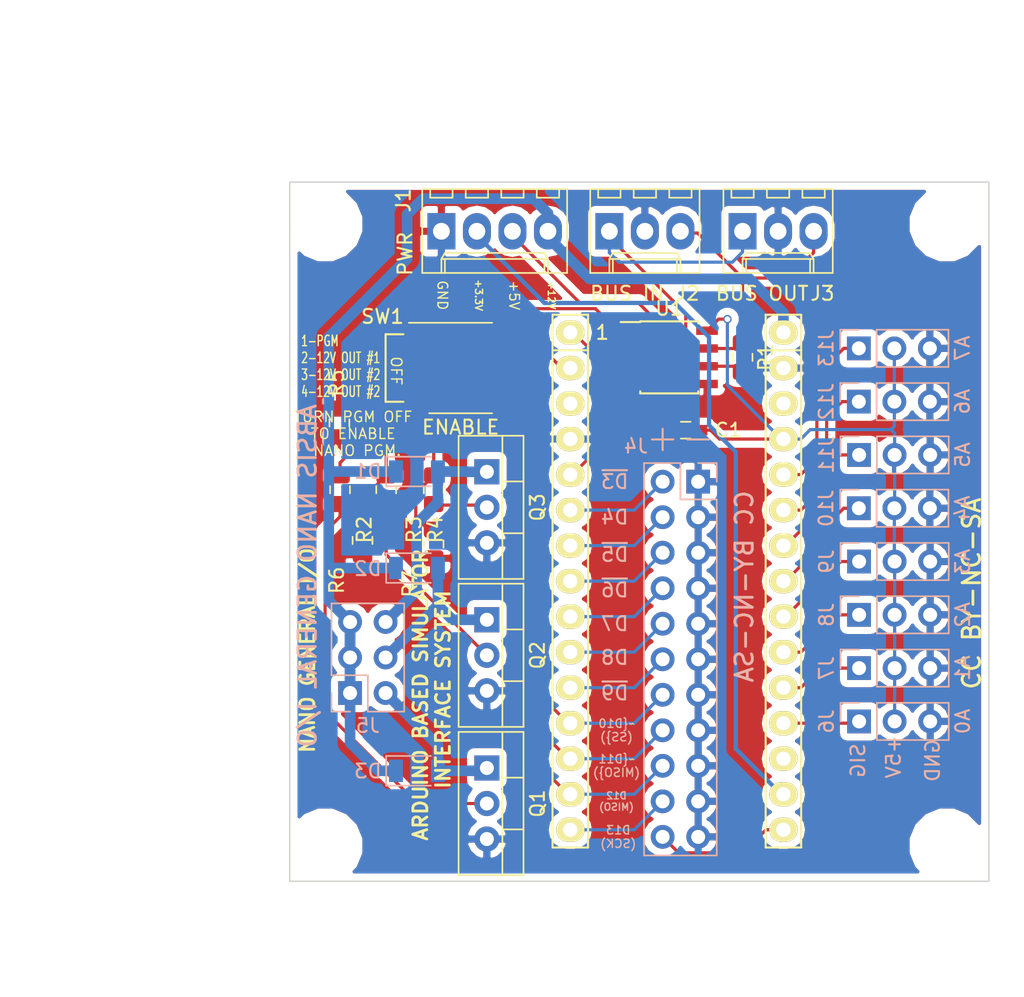
<source format=kicad_pcb>
(kicad_pcb (version 20171130) (host pcbnew "(5.0.0)")
  (title_block (title "ABSIS NANO GENERAL I/O") (date 2017-12-26) (rev -) (company "F/A-18C SIMPIT") (comment 1 "JOHN STEENSEN"))
  (layers (0 F.Cu signal) (31 B.Cu signal) (34 B.Paste user) (35 F.Paste user) (36 B.SilkS user) (37 F.SilkS user) (38 B.Mask user) (39 F.Mask user) (44 Edge.Cuts user))
  (net 0 "")
  (net 1 "/1(Tx)")
  (net 2 "/0(Rx)")
  (net 3 GND)
  (net 4 /2)
  (net 5 "/3(**)")
  (net 6 /4)
  (net 7 "/5(**)")
  (net 8 "/6(**)")
  (net 9 /7)
  (net 10 /8)
  (net 11 "/9(**)")
  (net 12 "/10(**/SS)")
  (net 13 +5V)
  (net 14 /A7)
  (net 15 /A6)
  (net 16 /A5)
  (net 17 /A4)
  (net 18 /A3)
  (net 19 /A2)
  (net 20 /A1)
  (net 21 /A0)
  (net 22 "/13(SCK)")
  (net 23 +3V3)
  (net 24 "/11(**/MOSI)")
  (net 25 "/12(MISO)")
  (net 26 +12V)
  (net 27 "Net-(J2-Pad1)")
  (net 28 "Net-(J2-Pad3)")
  (net 29 /RX_ENABLE)
  (net 30 "Net-(D1-Pad2)")
  (net 31 "Net-(D2-Pad2)")
  (net 32 "Net-(D3-Pad2)")
  (net 33 "Net-(Q1-Pad2)")
  (net 34 "Net-(Q2-Pad2)")
  (net 35 "Net-(Q3-Pad2)")
  (net 36 "Net-(R2-Pad1)")
  (net 37 "Net-(R3-Pad1)")
  (net 38 "Net-(R4-Pad1)")
  (net 39 "Net-(P1-Pad3)")
  (net 40 "Net-(P2-Pad3)")
  (net 41 /AREF)
  (module Connectors_Molex:Molex_KK-6410-04_04x2.54mm_Straight (layer F.Cu) (at 137.848737 65.278)
    (fp_text reference J1 (at -2.720737 -2.203457 270) (layer F.SilkS))
    (fp_text value PWR (at -2.593737 1.606543 90) (layer F.SilkS))
    (pad 1 thru_hole rect (at 0 0) (size 2 2.6) (drill 1.2) (layers *.Cu *.Mask) (net 3 GND))
    (pad 2 thru_hole oval (at 2.54 0) (size 2 2.6) (drill 1.2) (layers *.Cu *.Mask) (net 23 +3V3))
    (pad 3 thru_hole oval (at 5.08 0) (size 2 2.6) (drill 1.2) (layers *.Cu *.Mask) (net 13 +5V))
    (pad 4 thru_hole oval (at 7.62 0) (size 2 2.6) (drill 1.2) (layers *.Cu *.Mask) (net 26 +12V))
  )
  (module Socket_Arduino_Nano:Socket_Strip_Arduino_1x15 (layer F.Cu) (at 147.066 72.517 270)
    (fp_text reference P1)
    (fp_text value Digital)
    (pad 1 thru_hole oval (at 0 0 270) (size 1.7272 2.032) (drill 1.016) (layers *.Cu *.Mask F.SilkS) (net 1 "/1(Tx)"))
    (pad 2 thru_hole oval (at 2.54 0 270) (size 1.7272 2.032) (drill 1.016) (layers *.Cu *.Mask F.SilkS) (net 2 "/0(Rx)"))
    (pad 3 thru_hole oval (at 5.08 0 270) (size 1.7272 2.032) (drill 1.016) (layers *.Cu *.Mask F.SilkS) (net 39 "Net-(P1-Pad3)"))
    (pad 4 thru_hole oval (at 7.62 0 270) (size 1.7272 2.032) (drill 1.016) (layers *.Cu *.Mask F.SilkS) (net 3 GND))
    (pad 5 thru_hole oval (at 10.16 0 270) (size 1.7272 2.032) (drill 1.016) (layers *.Cu *.Mask F.SilkS) (net 4 /2))
    (pad 6 thru_hole oval (at 12.7 0 270) (size 1.7272 2.032) (drill 1.016) (layers *.Cu *.Mask F.SilkS) (net 5 "/3(**)"))
    (pad 7 thru_hole oval (at 15.24 0 270) (size 1.7272 2.032) (drill 1.016) (layers *.Cu *.Mask F.SilkS) (net 6 /4))
    (pad 8 thru_hole oval (at 17.78 0 270) (size 1.7272 2.032) (drill 1.016) (layers *.Cu *.Mask F.SilkS) (net 7 "/5(**)"))
    (pad 9 thru_hole oval (at 20.32 0 270) (size 1.7272 2.032) (drill 1.016) (layers *.Cu *.Mask F.SilkS) (net 8 "/6(**)"))
    (pad 10 thru_hole oval (at 22.86 0 270) (size 1.7272 2.032) (drill 1.016) (layers *.Cu *.Mask F.SilkS) (net 9 /7))
    (pad 11 thru_hole oval (at 25.4 0 270) (size 1.7272 2.032) (drill 1.016) (layers *.Cu *.Mask F.SilkS) (net 10 /8))
    (pad 12 thru_hole oval (at 27.94 0 270) (size 1.7272 2.032) (drill 1.016) (layers *.Cu *.Mask F.SilkS) (net 11 "/9(**)"))
    (pad 13 thru_hole oval (at 30.48 0 270) (size 1.7272 2.032) (drill 1.016) (layers *.Cu *.Mask F.SilkS) (net 12 "/10(**/SS)"))
    (pad 14 thru_hole oval (at 33.02 0 270) (size 1.7272 2.032) (drill 1.016) (layers *.Cu *.Mask F.SilkS) (net 24 "/11(**/MOSI)"))
    (pad 15 thru_hole oval (at 35.56 0 270) (size 1.7272 2.032) (drill 1.016) (layers *.Cu *.Mask F.SilkS) (net 25 "/12(MISO)"))
  )
  (module Socket_Arduino_Nano:Socket_Strip_Arduino_1x15 (layer F.Cu) (at 162.306 72.517 270)
    (fp_text reference P2)
    (fp_text value Analog)
    (pad 1 thru_hole oval (at 0 0 270) (size 1.7272 2.032) (drill 1.016) (layers *.Cu *.Mask F.SilkS) (net 26 +12V))
    (pad 2 thru_hole oval (at 2.54 0 270) (size 1.7272 2.032) (drill 1.016) (layers *.Cu *.Mask F.SilkS) (net 3 GND))
    (pad 3 thru_hole oval (at 5.08 0 270) (size 1.7272 2.032) (drill 1.016) (layers *.Cu *.Mask F.SilkS) (net 40 "Net-(P2-Pad3)"))
    (pad 4 thru_hole oval (at 7.62 0 270) (size 1.7272 2.032) (drill 1.016) (layers *.Cu *.Mask F.SilkS) (net 13 +5V))
    (pad 5 thru_hole oval (at 10.16 0 270) (size 1.7272 2.032) (drill 1.016) (layers *.Cu *.Mask F.SilkS) (net 14 /A7))
    (pad 6 thru_hole oval (at 12.7 0 270) (size 1.7272 2.032) (drill 1.016) (layers *.Cu *.Mask F.SilkS) (net 15 /A6))
    (pad 7 thru_hole oval (at 15.24 0 270) (size 1.7272 2.032) (drill 1.016) (layers *.Cu *.Mask F.SilkS) (net 16 /A5))
    (pad 8 thru_hole oval (at 17.78 0 270) (size 1.7272 2.032) (drill 1.016) (layers *.Cu *.Mask F.SilkS) (net 17 /A4))
    (pad 9 thru_hole oval (at 20.32 0 270) (size 1.7272 2.032) (drill 1.016) (layers *.Cu *.Mask F.SilkS) (net 18 /A3))
    (pad 10 thru_hole oval (at 22.86 0 270) (size 1.7272 2.032) (drill 1.016) (layers *.Cu *.Mask F.SilkS) (net 19 /A2))
    (pad 11 thru_hole oval (at 25.4 0 270) (size 1.7272 2.032) (drill 1.016) (layers *.Cu *.Mask F.SilkS) (net 20 /A1))
    (pad 12 thru_hole oval (at 27.94 0 270) (size 1.7272 2.032) (drill 1.016) (layers *.Cu *.Mask F.SilkS) (net 21 /A0))
    (pad 13 thru_hole oval (at 30.48 0 270) (size 1.7272 2.032) (drill 1.016) (layers *.Cu *.Mask F.SilkS) (net 41 /AREF))
    (pad 14 thru_hole oval (at 33.02 0 270) (size 1.7272 2.032) (drill 1.016) (layers *.Cu *.Mask F.SilkS) (net 23 +3V3))
    (pad 15 thru_hole oval (at 35.56 0 270) (size 1.7272 2.032) (drill 1.016) (layers *.Cu *.Mask F.SilkS) (net 22 "/13(SCK)"))
  )
  (module Capacitors_SMD:C_0603_HandSoldering (layer F.Cu) (at 155.321 79.502 180)
    (fp_text reference C1 (at -3.048 0 180) (layer F.SilkS))
    (fp_text value 0.1uF)
    (pad 1 smd rect (at -0.95 0 180) (size 1.2 0.75) (layers F.Cu F.Paste F.Mask) (net 13 +5V))
    (pad 2 smd rect (at 0.95 0 180) (size 1.2 0.75) (layers F.Cu F.Paste F.Mask) (net 3 GND))
  )
  (module TO_SOT_Packages_THT:TO-220-3_Vertical (layer F.Cu) (at 141.1 103.66 270)
    (fp_text reference Q1 (at 2.54 -3.62 270) (layer F.SilkS))
    (fp_text value Q_NMOS_DGS)
    (pad 1 thru_hole rect (at 0 0 270) (size 1.8 1.8) (drill 1) (layers *.Cu *.Mask) (net 32 "Net-(D3-Pad2)"))
    (pad 2 thru_hole oval (at 2.54 0 270) (size 1.8 1.8) (drill 1) (layers *.Cu *.Mask) (net 33 "Net-(Q1-Pad2)"))
    (pad 3 thru_hole oval (at 5.08 0 270) (size 1.8 1.8) (drill 1) (layers *.Cu *.Mask) (net 3 GND))
  )
  (module Housings_SOIC:SOIC-8_3.9x4.9mm_Pitch1.27mm (layer F.Cu) (at 154.145 74.295)
    (fp_text reference U1 (at 0 -3.5) (layer F.SilkS))
    (fp_text value MAX487EESAS)
    (pad 1 smd rect (at -2.7 -1.905) (size 1.55 0.6) (layers F.Cu F.Paste F.Mask) (net 29 /RX_ENABLE))
    (pad 2 smd rect (at -2.7 -0.635) (size 1.55 0.6) (layers F.Cu F.Paste F.Mask) (net 4 /2))
    (pad 3 smd rect (at -2.7 0.635) (size 1.55 0.6) (layers F.Cu F.Paste F.Mask) (net 4 /2))
    (pad 4 smd rect (at -2.7 1.905) (size 1.55 0.6) (layers F.Cu F.Paste F.Mask) (net 1 "/1(Tx)"))
    (pad 5 smd rect (at 2.7 1.905) (size 1.55 0.6) (layers F.Cu F.Paste F.Mask) (net 3 GND))
    (pad 6 smd rect (at 2.7 0.635) (size 1.55 0.6) (layers F.Cu F.Paste F.Mask) (net 27 "Net-(J2-Pad1)"))
    (pad 7 smd rect (at 2.7 -0.635) (size 1.55 0.6) (layers F.Cu F.Paste F.Mask) (net 28 "Net-(J2-Pad3)"))
    (pad 8 smd rect (at 2.7 -1.905) (size 1.55 0.6) (layers F.Cu F.Paste F.Mask) (net 13 +5V))
  )
  (module Connectors_Molex:Molex_KK-6410-03_03x2.54mm_Straight (layer F.Cu) (at 149.86 65.278)
    (fp_text reference J2 (at 5.588 4.445 180) (layer F.SilkS))
    (fp_text value "BUS IN" (at 1.27 4.445) (layer F.SilkS))
    (pad 1 thru_hole rect (at 0 0) (size 2 2.6) (drill 1.2) (layers *.Cu *.Mask) (net 27 "Net-(J2-Pad1)"))
    (pad 2 thru_hole oval (at 2.54 0) (size 2 2.6) (drill 1.2) (layers *.Cu *.Mask) (net 3 GND))
    (pad 3 thru_hole oval (at 5.08 0) (size 2 2.6) (drill 1.2) (layers *.Cu *.Mask) (net 28 "Net-(J2-Pad3)"))
  )
  (module Connectors_Molex:Molex_KK-6410-03_03x2.54mm_Straight (layer F.Cu) (at 159.385 65.278)
    (fp_text reference J3 (at 5.715 4.445) (layer F.SilkS))
    (fp_text value "BUS OUT" (at 1.397 4.445) (layer F.SilkS))
    (pad 1 thru_hole rect (at 0 0) (size 2 2.6) (drill 1.2) (layers *.Cu *.Mask) (net 27 "Net-(J2-Pad1)"))
    (pad 2 thru_hole oval (at 2.54 0) (size 2 2.6) (drill 1.2) (layers *.Cu *.Mask) (net 3 GND))
    (pad 3 thru_hole oval (at 5.08 0) (size 2 2.6) (drill 1.2) (layers *.Cu *.Mask) (net 28 "Net-(J2-Pad3)"))
  )
  (module Mounting_Holes:MountingHole_4.3mm_M4 (layer F.Cu) (at 173.99 64.77)
    (fp_text reference MK2)
    (fp_text value Mounting_Hole)
    (pad 1 np_thru_hole circle (at 0 0) (size 4.3 4.3) (drill 4.3) (layers *.Cu *.Mask))
  )
  (module Mounting_Holes:MountingHole_4.3mm_M4 (layer F.Cu) (at 173.99 109.22)
    (fp_text reference MK3)
    (fp_text value Mounting_Hole)
    (pad 1 np_thru_hole circle (at 0 0) (size 4.3 4.3) (drill 4.3) (layers *.Cu *.Mask))
  )
  (module Mounting_Holes:MountingHole_4.3mm_M4 (layer F.Cu) (at 129.54 109.22)
    (fp_text reference MK4)
    (fp_text value Mounting_Hole)
    (pad 1 np_thru_hole circle (at 0 0) (size 4.3 4.3) (drill 4.3) (layers *.Cu *.Mask))
  )
  (module Diodes_SMD:D_1206 (layer B.Cu) (at 136.1 82.46)
    (fp_text reference D1 (at -3.512 0) (layer B.SilkS) (effects (justify mirror)))
    (fp_text value 1N4001)
    (pad 1 smd rect (at -1.5 0) (size 1 1.6) (layers B.Cu B.Paste B.Mask) (net 26 +12V))
    (pad 2 smd rect (at 1.5 0) (size 1 1.6) (layers B.Cu B.Paste B.Mask) (net 30 "Net-(D1-Pad2)"))
  )
  (module Diodes_SMD:D_1206 (layer B.Cu) (at 136.1 89.36)
    (fp_text reference D2 (at -3.512 0.048) (layer B.SilkS) (effects (justify mirror)))
    (fp_text value 1N4001)
    (pad 1 smd rect (at -1.5 0) (size 1 1.6) (layers B.Cu B.Paste B.Mask) (net 26 +12V))
    (pad 2 smd rect (at 1.5 0) (size 1 1.6) (layers B.Cu B.Paste B.Mask) (net 31 "Net-(D2-Pad2)"))
  )
  (module Diodes_SMD:D_1206 (layer B.Cu) (at 136.1 103.86)
    (fp_text reference D3 (at -3.512 0.026) (layer B.SilkS) (effects (justify mirror)))
    (fp_text value 1N4001)
    (pad 1 smd rect (at -1.5 0) (size 1 1.6) (layers B.Cu B.Paste B.Mask) (net 26 +12V))
    (pad 2 smd rect (at 1.5 0) (size 1 1.6) (layers B.Cu B.Paste B.Mask) (net 32 "Net-(D3-Pad2)"))
  )
  (module Pin_Headers:Pin_Header_Straight_2x11_Pitch2.54mm (layer B.Cu) (at 156.21 83.185 180)
    (fp_text reference J4 (at 4.445 2.54 180) (layer B.SilkS) (effects (justify mirror)))
    (fp_text value DIGITAL)
    (pad 1 thru_hole rect (at 0 0 180) (size 1.7 1.7) (drill 1) (layers *.Cu *.Mask) (net 3 GND))
    (pad 2 thru_hole oval (at 2.54 0 180) (size 1.7 1.7) (drill 1) (layers *.Cu *.Mask) (net 5 "/3(**)"))
    (pad 3 thru_hole oval (at 0 -2.54 180) (size 1.7 1.7) (drill 1) (layers *.Cu *.Mask) (net 3 GND))
    (pad 4 thru_hole oval (at 2.54 -2.54 180) (size 1.7 1.7) (drill 1) (layers *.Cu *.Mask) (net 6 /4))
    (pad 5 thru_hole oval (at 0 -5.08 180) (size 1.7 1.7) (drill 1) (layers *.Cu *.Mask) (net 3 GND))
    (pad 6 thru_hole oval (at 2.54 -5.08 180) (size 1.7 1.7) (drill 1) (layers *.Cu *.Mask) (net 7 "/5(**)"))
    (pad 7 thru_hole oval (at 0 -7.62 180) (size 1.7 1.7) (drill 1) (layers *.Cu *.Mask) (net 3 GND))
    (pad 8 thru_hole oval (at 2.54 -7.62 180) (size 1.7 1.7) (drill 1) (layers *.Cu *.Mask) (net 8 "/6(**)"))
    (pad 9 thru_hole oval (at 0 -10.16 180) (size 1.7 1.7) (drill 1) (layers *.Cu *.Mask) (net 3 GND))
    (pad 10 thru_hole oval (at 2.54 -10.16 180) (size 1.7 1.7) (drill 1) (layers *.Cu *.Mask) (net 9 /7))
    (pad 11 thru_hole oval (at 0 -12.7 180) (size 1.7 1.7) (drill 1) (layers *.Cu *.Mask) (net 3 GND))
    (pad 12 thru_hole oval (at 2.54 -12.7 180) (size 1.7 1.7) (drill 1) (layers *.Cu *.Mask) (net 10 /8))
    (pad 13 thru_hole oval (at 0 -15.24 180) (size 1.7 1.7) (drill 1) (layers *.Cu *.Mask) (net 3 GND))
    (pad 14 thru_hole oval (at 2.54 -15.24 180) (size 1.7 1.7) (drill 1) (layers *.Cu *.Mask) (net 11 "/9(**)"))
    (pad 15 thru_hole oval (at 0 -17.78 180) (size 1.7 1.7) (drill 1) (layers *.Cu *.Mask) (net 3 GND))
    (pad 16 thru_hole oval (at 2.54 -17.78 180) (size 1.7 1.7) (drill 1) (layers *.Cu *.Mask) (net 12 "/10(**/SS)"))
    (pad 17 thru_hole oval (at 0 -20.32 180) (size 1.7 1.7) (drill 1) (layers *.Cu *.Mask) (net 3 GND))
    (pad 18 thru_hole oval (at 2.54 -20.32 180) (size 1.7 1.7) (drill 1) (layers *.Cu *.Mask) (net 24 "/11(**/MOSI)"))
    (pad 19 thru_hole oval (at 0 -22.86 180) (size 1.7 1.7) (drill 1) (layers *.Cu *.Mask) (net 3 GND))
    (pad 20 thru_hole oval (at 2.54 -22.86 180) (size 1.7 1.7) (drill 1) (layers *.Cu *.Mask) (net 25 "/12(MISO)"))
    (pad 21 thru_hole oval (at 0 -25.4 180) (size 1.7 1.7) (drill 1) (layers *.Cu *.Mask) (net 3 GND))
    (pad 22 thru_hole oval (at 2.54 -25.4 180) (size 1.7 1.7) (drill 1) (layers *.Cu *.Mask) (net 22 "/13(SCK)"))
  )
  (module Pin_Headers:Pin_Header_Straight_1x03_Pitch2.54mm (layer B.Cu) (at 167.72 100.329996 270)
    (fp_text reference J6 (at 0 2.33 270) (layer B.SilkS) (effects (justify mirror)))
    (fp_text value A0 (at 0 -7.41 270) (layer B.SilkS) (effects (justify mirror)))
    (pad 1 thru_hole rect (at 0 0 270) (size 1.7 1.7) (drill 1) (layers *.Cu *.Mask) (net 21 /A0))
    (pad 2 thru_hole oval (at 0 -2.54 270) (size 1.7 1.7) (drill 1) (layers *.Cu *.Mask) (net 13 +5V))
    (pad 3 thru_hole oval (at 0 -5.08 270) (size 1.7 1.7) (drill 1) (layers *.Cu *.Mask) (net 3 GND))
  )
  (module Pin_Headers:Pin_Header_Straight_1x03_Pitch2.54mm (layer B.Cu) (at 167.72 96.518568 270)
    (fp_text reference J7 (at 0 2.33 270) (layer B.SilkS) (effects (justify mirror)))
    (fp_text value A1 (at 0 -7.41 270) (layer B.SilkS) (effects (justify mirror)))
    (pad 1 thru_hole rect (at 0 0 270) (size 1.7 1.7) (drill 1) (layers *.Cu *.Mask) (net 20 /A1))
    (pad 2 thru_hole oval (at 0 -2.54 270) (size 1.7 1.7) (drill 1) (layers *.Cu *.Mask) (net 13 +5V))
    (pad 3 thru_hole oval (at 0 -5.08 270) (size 1.7 1.7) (drill 1) (layers *.Cu *.Mask) (net 3 GND))
  )
  (module Pin_Headers:Pin_Header_Straight_1x03_Pitch2.54mm (layer B.Cu) (at 167.72 92.70714 270)
    (fp_text reference J8 (at 0 2.33 270) (layer B.SilkS) (effects (justify mirror)))
    (fp_text value A2 (at 0 -7.41 270) (layer B.SilkS) (effects (justify mirror)))
    (pad 1 thru_hole rect (at 0 0 270) (size 1.7 1.7) (drill 1) (layers *.Cu *.Mask) (net 19 /A2))
    (pad 2 thru_hole oval (at 0 -2.54 270) (size 1.7 1.7) (drill 1) (layers *.Cu *.Mask) (net 13 +5V))
    (pad 3 thru_hole oval (at 0 -5.08 270) (size 1.7 1.7) (drill 1) (layers *.Cu *.Mask) (net 3 GND))
  )
  (module Pin_Headers:Pin_Header_Straight_1x03_Pitch2.54mm (layer B.Cu) (at 167.72 88.895712 270)
    (fp_text reference J9 (at 0 2.33 270) (layer B.SilkS) (effects (justify mirror)))
    (fp_text value A3 (at 0 -7.41 270) (layer B.SilkS) (effects (justify mirror)))
    (pad 1 thru_hole rect (at 0 0 270) (size 1.7 1.7) (drill 1) (layers *.Cu *.Mask) (net 18 /A3))
    (pad 2 thru_hole oval (at 0 -2.54 270) (size 1.7 1.7) (drill 1) (layers *.Cu *.Mask) (net 13 +5V))
    (pad 3 thru_hole oval (at 0 -5.08 270) (size 1.7 1.7) (drill 1) (layers *.Cu *.Mask) (net 3 GND))
  )
  (module Pin_Headers:Pin_Header_Straight_1x03_Pitch2.54mm (layer B.Cu) (at 167.7 85.084284 270)
    (fp_text reference J10 (at 0.005716 2.346 270) (layer B.SilkS) (effects (justify mirror)))
    (fp_text value A4 (at 0 -7.41 270) (layer B.SilkS) (effects (justify mirror)))
    (pad 1 thru_hole rect (at 0 0 270) (size 1.7 1.7) (drill 1) (layers *.Cu *.Mask) (net 17 /A4))
    (pad 2 thru_hole oval (at 0 -2.54 270) (size 1.7 1.7) (drill 1) (layers *.Cu *.Mask) (net 13 +5V))
    (pad 3 thru_hole oval (at 0 -5.08 270) (size 1.7 1.7) (drill 1) (layers *.Cu *.Mask) (net 3 GND))
  )
  (module Pin_Headers:Pin_Header_Straight_1x03_Pitch2.54mm (layer B.Cu) (at 167.72 81.272856 270)
    (fp_text reference J11 (at 0 2.33 270) (layer B.SilkS) (effects (justify mirror)))
    (fp_text value A5 (at 0 -7.41 270) (layer B.SilkS) (effects (justify mirror)))
    (pad 1 thru_hole rect (at 0 0 270) (size 1.7 1.7) (drill 1) (layers *.Cu *.Mask) (net 16 /A5))
    (pad 2 thru_hole oval (at 0 -2.54 270) (size 1.7 1.7) (drill 1) (layers *.Cu *.Mask) (net 13 +5V))
    (pad 3 thru_hole oval (at 0 -5.08 270) (size 1.7 1.7) (drill 1) (layers *.Cu *.Mask) (net 3 GND))
  )
  (module Pin_Headers:Pin_Header_Straight_1x03_Pitch2.54mm (layer B.Cu) (at 167.7 77.461428 270)
    (fp_text reference J12 (at 0 2.33 270) (layer B.SilkS) (effects (justify mirror)))
    (fp_text value A6 (at 0 -7.41 270) (layer B.SilkS) (effects (justify mirror)))
    (pad 1 thru_hole rect (at 0 0 270) (size 1.7 1.7) (drill 1) (layers *.Cu *.Mask) (net 15 /A6))
    (pad 2 thru_hole oval (at 0 -2.54 270) (size 1.7 1.7) (drill 1) (layers *.Cu *.Mask) (net 13 +5V))
    (pad 3 thru_hole oval (at 0 -5.08 270) (size 1.7 1.7) (drill 1) (layers *.Cu *.Mask) (net 3 GND))
  )
  (module Pin_Headers:Pin_Header_Straight_1x03_Pitch2.54mm (layer B.Cu) (at 167.7 73.65 270)
    (fp_text reference J13 (at 0 2.33 270) (layer B.SilkS) (effects (justify mirror)))
    (fp_text value A7 (at 0 -7.41 270) (layer B.SilkS) (effects (justify mirror)))
    (pad 1 thru_hole rect (at 0 0 270) (size 1.7 1.7) (drill 1) (layers *.Cu *.Mask) (net 14 /A7))
    (pad 2 thru_hole oval (at 0 -2.54 270) (size 1.7 1.7) (drill 1) (layers *.Cu *.Mask) (net 13 +5V))
    (pad 3 thru_hole oval (at 0 -5.08 270) (size 1.7 1.7) (drill 1) (layers *.Cu *.Mask) (net 3 GND))
  )
  (module Mounting_Holes:MountingHole_4.3mm_M4 (layer F.Cu) (at 129.54 64.77)
    (fp_text reference MK1)
    (fp_text value Mounting_Hole)
    (pad 1 np_thru_hole circle (at 0 0) (size 4.3 4.3) (drill 4.3) (layers *.Cu *.Mask))
  )
  (module TO_SOT_Packages_THT:TO-220-3_Vertical (layer F.Cu) (at 141.1 93.06 270)
    (fp_text reference Q2 (at 2.54 -3.62 270) (layer F.SilkS))
    (fp_text value Q_NMOS_DGS)
    (pad 1 thru_hole rect (at 0 0 270) (size 1.8 1.8) (drill 1) (layers *.Cu *.Mask) (net 31 "Net-(D2-Pad2)"))
    (pad 2 thru_hole oval (at 2.54 0 270) (size 1.8 1.8) (drill 1) (layers *.Cu *.Mask) (net 34 "Net-(Q2-Pad2)"))
    (pad 3 thru_hole oval (at 5.08 0 270) (size 1.8 1.8) (drill 1) (layers *.Cu *.Mask) (net 3 GND))
  )
  (module TO_SOT_Packages_THT:TO-220-3_Vertical (layer F.Cu) (at 141.1 82.48 270)
    (fp_text reference Q3 (at 2.54 -3.62 270) (layer F.SilkS))
    (fp_text value Q_NMOS_DGS)
    (pad 1 thru_hole rect (at 0 0 270) (size 1.8 1.8) (drill 1) (layers *.Cu *.Mask) (net 30 "Net-(D1-Pad2)"))
    (pad 2 thru_hole oval (at 2.54 0 270) (size 1.8 1.8) (drill 1) (layers *.Cu *.Mask) (net 35 "Net-(Q3-Pad2)"))
    (pad 3 thru_hole oval (at 5.08 0 270) (size 1.8 1.8) (drill 1) (layers *.Cu *.Mask) (net 3 GND))
  )
  (module Pin_Headers:Pin_Header_Straight_2x03_Pitch2.54mm (layer B.Cu) (at 131.318 98.298)
    (fp_text reference J5 (at 1.27 2.33) (layer B.SilkS) (effects (justify mirror)))
    (fp_text value "12V OUT")
    (pad 1 thru_hole rect (at 0 0) (size 1.7 1.7) (drill 1) (layers *.Cu *.Mask) (net 26 +12V))
    (pad 2 thru_hole oval (at 2.54 0) (size 1.7 1.7) (drill 1) (layers *.Cu *.Mask) (net 32 "Net-(D3-Pad2)"))
    (pad 3 thru_hole oval (at 0 -2.54) (size 1.7 1.7) (drill 1) (layers *.Cu *.Mask) (net 26 +12V))
    (pad 4 thru_hole oval (at 2.54 -2.54) (size 1.7 1.7) (drill 1) (layers *.Cu *.Mask) (net 31 "Net-(D2-Pad2)"))
    (pad 5 thru_hole oval (at 0 -5.08) (size 1.7 1.7) (drill 1) (layers *.Cu *.Mask) (net 26 +12V))
    (pad 6 thru_hole oval (at 2.54 -5.08) (size 1.7 1.7) (drill 1) (layers *.Cu *.Mask) (net 30 "Net-(D1-Pad2)"))
  )
  (module Buttons_Switches_SMD:SW_DIP_x4_W6.15mm_Slide_Omron_A6H (layer F.Cu) (at 139.224 75.057)
    (fp_text reference SW1 (at -5.588 -3.683) (layer F.SilkS))
    (fp_text value ENABLE (at 0 4.235) (layer F.SilkS))
    (pad 1 smd rect (at -3.075 -1.905) (size 1.25 0.76) (layers F.Cu F.Paste F.Mask) (net 29 /RX_ENABLE))
    (pad 5 smd rect (at 3.075 1.905) (size 1.25 0.76) (layers F.Cu F.Paste F.Mask) (net 24 "/11(**/MOSI)"))
    (pad 2 smd rect (at -3.075 -0.635) (size 1.25 0.76) (layers F.Cu F.Paste F.Mask) (net 36 "Net-(R2-Pad1)"))
    (pad 6 smd rect (at 3.075 0.635) (size 1.25 0.76) (layers F.Cu F.Paste F.Mask) (net 12 "/10(**/SS)"))
    (pad 3 smd rect (at -3.075 0.635) (size 1.25 0.76) (layers F.Cu F.Paste F.Mask) (net 37 "Net-(R3-Pad1)"))
    (pad 7 smd rect (at 3.075 -0.635) (size 1.25 0.76) (layers F.Cu F.Paste F.Mask) (net 11 "/9(**)"))
    (pad 4 smd rect (at -3.075 1.905) (size 1.25 0.76) (layers F.Cu F.Paste F.Mask) (net 38 "Net-(R4-Pad1)"))
    (pad 8 smd rect (at 3.075 -1.905) (size 1.25 0.76) (layers F.Cu F.Paste F.Mask) (net 2 "/0(Rx)"))
  )
  (module Resistor_SMD:R_0805_2012Metric_Pad1.15x1.40mm_HandSolder (layer F.Cu) (at 159.385 74.295 270)
    (fp_text reference R1 (at 0 -1.65 270) (layer F.SilkS))
    (fp_text value 120)
    (pad 1 smd roundrect (at -1.025 0 270) (size 1.15 1.4) (layers F.Cu F.Paste F.Mask) (roundrect_rratio 0.217391) (net 28 "Net-(J2-Pad3)"))
    (pad 2 smd roundrect (at 1.025 0 270) (size 1.15 1.4) (layers F.Cu F.Paste F.Mask) (roundrect_rratio 0.217391) (net 27 "Net-(J2-Pad1)"))
  )
  (module Resistor_SMD:R_0805_2012Metric_Pad1.15x1.40mm_HandSolder (layer F.Cu) (at 130.6 83.76 270)
    (fp_text reference R2 (at 2.854 -1.734 270) (layer F.SilkS))
    (fp_text value 1K)
    (pad 2 smd roundrect (at 1.025 0 270) (size 1.15 1.4) (layers F.Cu F.Paste F.Mask) (roundrect_rratio 0.217391) (net 33 "Net-(Q1-Pad2)"))
    (pad 1 smd roundrect (at -1.025 0 270) (size 1.15 1.4) (layers F.Cu F.Paste F.Mask) (roundrect_rratio 0.217391) (net 36 "Net-(R2-Pad1)"))
  )
  (module Resistor_SMD:R_0805_2012Metric_Pad1.15x1.40mm_HandSolder (layer F.Cu) (at 133.9 83.76 270)
    (fp_text reference R3 (at 2.854 -1.99 270) (layer F.SilkS))
    (fp_text value 1K)
    (pad 1 smd roundrect (at -1.025 0 270) (size 1.15 1.4) (layers F.Cu F.Paste F.Mask) (roundrect_rratio 0.217391) (net 37 "Net-(R3-Pad1)"))
    (pad 2 smd roundrect (at 1.025 0 270) (size 1.15 1.4) (layers F.Cu F.Paste F.Mask) (roundrect_rratio 0.217391) (net 34 "Net-(Q2-Pad2)"))
  )
  (module Resistor_SMD:R_0805_2012Metric_Pad1.15x1.40mm_HandSolder (layer F.Cu) (at 137.3 83.76 270)
    (fp_text reference R4 (at 2.854 -0.114 270) (layer F.SilkS))
    (fp_text value 1K)
    (pad 2 smd roundrect (at 1.025 0 270) (size 1.15 1.4) (layers F.Cu F.Paste F.Mask) (roundrect_rratio 0.217391) (net 35 "Net-(Q3-Pad2)"))
    (pad 1 smd roundrect (at -1.025 0 270) (size 1.15 1.4) (layers F.Cu F.Paste F.Mask) (roundrect_rratio 0.217391) (net 38 "Net-(R4-Pad1)"))
  )
  (module Resistor_SMD:R_0805_2012Metric_Pad1.15x1.40mm_HandSolder (layer F.Cu) (at 130.556 78.985 270)
    (fp_text reference R5 (at -2.854 0.186 270) (layer F.SilkS))
    (fp_text value 1K)
    (pad 1 smd roundrect (at -1.025 0 270) (size 1.15 1.4) (layers F.Cu F.Paste F.Mask) (roundrect_rratio 0.217391) (net 3 GND))
    (pad 2 smd roundrect (at 1.025 0 270) (size 1.15 1.4) (layers F.Cu F.Paste F.Mask) (roundrect_rratio 0.217391) (net 36 "Net-(R2-Pad1)"))
  )
  (module Resistor_SMD:R_0805_2012Metric_Pad1.15x1.40mm_HandSolder (layer F.Cu) (at 132.207 87.385 90)
    (fp_text reference R6 (at -2.854 -1.844 90) (layer F.SilkS))
    (fp_text value 1K)
    (pad 2 smd roundrect (at 1.025 0 90) (size 1.15 1.4) (layers F.Cu F.Paste F.Mask) (roundrect_rratio 0.217391) (net 37 "Net-(R3-Pad1)"))
    (pad 1 smd roundrect (at -1.025 0 90) (size 1.15 1.4) (layers F.Cu F.Paste F.Mask) (roundrect_rratio 0.217391) (net 3 GND))
  )
  (module Resistor_SMD:R_0805_2012Metric_Pad1.15x1.40mm_HandSolder (layer F.Cu) (at 137.287 87.639 90)
    (fp_text reference R7 (at -2.854 -1.688 90) (layer F.SilkS))
    (fp_text value 1K)
    (pad 1 smd roundrect (at -1.025 0 90) (size 1.15 1.4) (layers F.Cu F.Paste F.Mask) (roundrect_rratio 0.217391) (net 3 GND))
    (pad 2 smd roundrect (at 1.025 0 90) (size 1.15 1.4) (layers F.Cu F.Paste F.Mask) (roundrect_rratio 0.217391) (net 38 "Net-(R4-Pad1)"))
  )
  (gr_line (start 133.858 77.47) (end 135.128 77.47) (layer F.SilkS) (width 0.15))
  (gr_line (start 133.858 72.644) (end 133.858 77.47) (layer F.SilkS) (width 0.15))
  (gr_line (start 135.128 72.644) (end 133.858 72.644) (layer F.SilkS) (width 0.15))
  (gr_text OFF (at 134.62 74.168 270) (layer F.SilkS) (effects (font (size 0.75 0.75) (thickness 0.1)) (justify left)))
  (gr_text "1-PGM\n2-12V OUT #1\n3-12V OUT #2\n4-12V OUT #2" (at 127.762 74.93) (layer F.SilkS) (effects (font (size 0.75 0.5) (thickness 0.1)) (justify left)))
  (gr_text "~D11\n(MISO)" (at 150.368 103.505) (layer B.SilkS) (effects (font (size 0.6 0.6) (thickness 0.1)) (justify mirror)))
  (gr_line (start 127 61.76) (end 127 111.76) (layer Edge.Cuts) (width 0.1))
  (gr_line (start 177 61.76) (end 127 61.76) (layer Edge.Cuts) (width 0.1))
  (gr_line (start 177 111.76) (end 177 61.76) (layer Edge.Cuts) (width 0.1))
  (gr_line (start 127 111.76) (end 177 111.76) (layer Edge.Cuts) (width 0.1))
  (gr_text "CC BY-NC-SA" (at 159.512 90.678 90) (layer B.SilkS) (effects (font (size 1.25 1.25) (thickness 0.2)) (justify mirror)))
  (gr_text "ABSIS NANO GENERAL I/O" (at 128.27 89.916 90) (layer B.SilkS) (effects (font (size 1.25 1.25) (thickness 0.2)) (justify mirror)))
  (gr_text "TURN PGM OFF \nTO ENABLE \nNANO PGM." (at 131.826 79.756) (layer F.SilkS) (effects (font (size 0.75 0.75) (thickness 0.1))))
  (gr_text "CC BY-NC-SA" (at 175.768 91.186 90) (layer F.SilkS) (effects (font (size 1.25 1.25) (thickness 0.2))))
  (gr_text "NANO GENERAL I/O" (at 128.27 95.25 90) (layer F.SilkS) (effects (font (size 1 1) (thickness 0.2))))
  (gr_text "ARDUINO BASED SIMULATOR \nINTERFACE SYSTEM" (at 137.16 98.044 90) (layer F.SilkS) (effects (font (size 1 1) (thickness 0.2))))
  (gr_text GND (at 137.922 69.85 270) (layer F.SilkS) (effects (font (size 0.7 0.7) (thickness 0.1))))
  (gr_text +3.3V (at 140.515737 69.85 270) (layer F.SilkS) (effects (font (size 0.5 0.5) (thickness 0.1))))
  (gr_text +5V (at 143.055737 69.85 270) (layer F.SilkS) (effects (font (size 0.7 0.7) (thickness 0.1))))
  (gr_text +12V (at 145.722737 69.85 270) (layer F.SilkS) (effects (font (size 0.5 0.5) (thickness 0.1))))
  (gr_text - (at 156.21 80.01) (layer B.SilkS) (effects (font (size 2 2)) (justify mirror)))
  (gr_text + (at 153.67 80.01) (layer B.SilkS) (effects (font (size 2 2)) (justify mirror)))
  (gr_text ~D3 (at 150.241 83.185) (layer B.SilkS) (effects (font (size 1 1)) (justify mirror)))
  (gr_text D4 (at 150.241 85.725) (layer B.SilkS) (effects (font (size 1 1)) (justify mirror)))
  (gr_text ~D5 (at 150.241 88.392) (layer B.SilkS) (effects (font (size 1 1)) (justify mirror)))
  (gr_text ~D6 (at 150.241 90.932) (layer B.SilkS) (effects (font (size 1 1)) (justify mirror)))
  (gr_text D7 (at 150.241 93.345) (layer B.SilkS) (effects (font (size 1 1)) (justify mirror)))
  (gr_text D8 (at 150.241 95.758) (layer B.SilkS) (effects (font (size 1 1)) (justify mirror)))
  (gr_text ~D9 (at 150.241 98.298) (layer B.SilkS) (effects (font (size 1 1)) (justify mirror)))
  (gr_text "~D10\n(SS)" (at 150.368 100.965) (layer B.SilkS) (effects (font (size 0.6 0.6) (thickness 0.1)) (justify mirror)))
  (gr_text "D12\n(MISO)" (at 150.368 106.045) (layer B.SilkS) (effects (font (size 0.5 0.5) (thickness 0.1)) (justify mirror)))
  (gr_text "D13\n(SCK)" (at 150.495 108.585) (layer B.SilkS) (effects (font (size 0.6 0.6) (thickness 0.1)) (justify mirror)))
  (gr_text +5V (at 170.18 102.87 90) (layer B.SilkS) (effects (font (size 1 1)) (justify mirror)))
  (gr_text GND (at 172.974 103.124 90) (layer B.SilkS) (effects (font (size 1 1)) (justify mirror)))
  (gr_text SIG (at 167.64 103.124 90) (layer B.SilkS) (effects (font (size 1 1)) (justify mirror)))
  (gr_text 1 (at 149.352 72.517) (layer F.SilkS) (effects (font (size 1 1))))
  (segment (start 147.066 72.517) (end 147.287 72.517) (width 0.2286) (layer F.Cu) (net 1))
  (segment (start 150.97 76.2) (end 151.445 76.2) (width 0.2286) (layer F.Cu) (net 1))
  (segment (start 147.287 72.517) (end 150.97 76.2) (width 0.2286) (layer F.Cu) (net 1))
  (segment (start 147.193 72.39) (end 147.066 72.517) (width 0.2286) (layer B.Cu) (net 1))
  (segment (start 144.299 73.152) (end 142.299 73.152) (width 0.2286) (layer F.Cu) (net 2))
  (segment (start 147.066 75.057) (end 146.449 75.057) (width 0.2286) (layer F.Cu) (net 2))
  (segment (start 144.544 73.152) (end 144.299 73.152) (width 0.2286) (layer F.Cu) (net 2))
  (segment (start 146.449 75.057) (end 144.544 73.152) (width 0.2286) (layer F.Cu) (net 2))
  (segment (start 146.9136 75.057) (end 147.066 75.057) (width 0.2286) (layer F.Cu) (net 2))
  (segment (start 159.385 78.105) (end 159.61 78.105) (width 0.2286) (layer F.Cu) (net 3))
  (segment (start 162.306 75.409) (end 162.306 75.057) (width 0.2286) (layer F.Cu) (net 3))
  (segment (start 151.445 73.66) (end 151.445 74.93) (width 0.2286) (layer F.Cu) (net 4))
  (segment (start 151.92 74.93) (end 152.730189 75.740189) (width 0.2286) (layer F.Cu) (net 4))
  (segment (start 152.730189 75.740189) (end 152.730189 77.165211) (width 0.2286) (layer F.Cu) (net 4))
  (segment (start 152.730189 77.165211) (end 147.2184 82.677) (width 0.2286) (layer F.Cu) (net 4))
  (segment (start 151.445 74.93) (end 151.92 74.93) (width 0.2286) (layer F.Cu) (net 4))
  (segment (start 147.2184 82.677) (end 147.066 82.677) (width 0.2286) (layer F.Cu) (net 4))
  (segment (start 147.066 85.217) (end 151.638 85.217) (width 0.2286) (layer B.Cu) (net 5))
  (segment (start 151.638 85.217) (end 153.67 83.185) (width 0.2286) (layer B.Cu) (net 5))
  (segment (start 147.066 87.757) (end 151.638 87.757) (width 0.2286) (layer B.Cu) (net 6))
  (segment (start 151.638 87.757) (end 153.67 85.725) (width 0.2286) (layer B.Cu) (net 6))
  (segment (start 147.066 90.297) (end 151.638 90.297) (width 0.2286) (layer B.Cu) (net 7))
  (segment (start 151.638 90.297) (end 153.67 88.265) (width 0.2286) (layer B.Cu) (net 7))
  (segment (start 147.066 92.837) (end 151.638 92.837) (width 0.2286) (layer B.Cu) (net 8))
  (segment (start 151.638 92.837) (end 153.67 90.805) (width 0.2286) (layer B.Cu) (net 8))
  (segment (start 147.066 95.377) (end 151.638 95.377) (width 0.2286) (layer B.Cu) (net 9))
  (segment (start 151.638 95.377) (end 153.67 93.345) (width 0.2286) (layer B.Cu) (net 9))
  (segment (start 147.066 97.917) (end 151.638 97.917) (width 0.2286) (layer B.Cu) (net 10))
  (segment (start 151.638 97.917) (end 153.67 95.885) (width 0.2286) (layer B.Cu) (net 10))
  (segment (start 142.299 74.422) (end 144.544 74.422) (width 0.2286) (layer F.Cu) (net 11))
  (segment (start 144.544 74.422) (end 145.320504 75.198504) (width 0.2286) (layer F.Cu) (net 11))
  (segment (start 145.320504 75.198504) (end 145.320504 98.863904) (width 0.2286) (layer F.Cu) (net 11))
  (segment (start 145.320504 98.863904) (end 146.9136 100.457) (width 0.2286) (layer F.Cu) (net 11))
  (segment (start 146.9136 100.457) (end 147.066 100.457) (width 0.2286) (layer F.Cu) (net 11))
  (segment (start 147.066 100.457) (end 151.638 100.457) (width 0.2286) (layer B.Cu) (net 11))
  (segment (start 151.638 100.457) (end 153.67 98.425) (width 0.2286) (layer B.Cu) (net 11))
  (segment (start 144.544 75.692) (end 144.822223 75.970223) (width 0.2286) (layer F.Cu) (net 12))
  (segment (start 144.822223 100.905623) (end 146.9136 102.997) (width 0.2286) (layer F.Cu) (net 12))
  (segment (start 142.299 75.692) (end 144.544 75.692) (width 0.2286) (layer F.Cu) (net 12))
  (segment (start 144.822223 75.970223) (end 144.822223 100.905623) (width 0.2286) (layer F.Cu) (net 12))
  (segment (start 146.9136 102.997) (end 147.066 102.997) (width 0.2286) (layer F.Cu) (net 12))
  (segment (start 147.066 102.997) (end 151.638 102.997) (width 0.2286) (layer B.Cu) (net 12))
  (segment (start 151.638 102.997) (end 153.67 100.965) (width 0.2286) (layer B.Cu) (net 12))
  (segment (start 158.3 71.56) (end 157.675 71.56) (width 0.2286) (layer F.Cu) (net 13))
  (segment (start 157.675 71.56) (end 156.845 72.39) (width 0.2286) (layer F.Cu) (net 13))
  (segment (start 158.3 76.2834) (end 158.3 71.56) (width 0.2286) (layer B.Cu) (net 13))
  (via (at 158.3 71.56) (size 0.6) (drill 0.4) (layers F.Cu B.Cu) (net 13))
  (segment (start 162.306 80.137) (end 162.1536 80.137) (width 0.2286) (layer B.Cu) (net 13))
  (segment (start 162.1536 80.137) (end 158.3 76.2834) (width 0.2286) (layer B.Cu) (net 13))
  (segment (start 142.928737 65.278) (end 142.928737 65.578) (width 0.2286) (layer B.Cu) (net 13))
  (segment (start 156.845 72.39) (end 157.32 72.39) (width 0.2286) (layer F.Cu) (net 13))
  (segment (start 170.26 96.518568) (end 170.26 97.720649) (width 0.2286) (layer B.Cu) (net 13))
  (segment (start 170.26 97.720649) (end 170.26 100.329996) (width 0.2286) (layer B.Cu) (net 13))
  (segment (start 170.26 92.70714) (end 170.26 93.909221) (width 0.2286) (layer B.Cu) (net 13))
  (segment (start 170.26 93.909221) (end 170.26 96.518568) (width 0.2286) (layer B.Cu) (net 13))
  (segment (start 170.26 88.895712) (end 170.26 92.70714) (width 0.2286) (layer B.Cu) (net 13))
  (segment (start 170.24 85.084284) (end 170.24 88.875712) (width 0.2286) (layer B.Cu) (net 13))
  (segment (start 170.24 88.875712) (end 170.26 88.895712) (width 0.2286) (layer B.Cu) (net 13))
  (segment (start 170.26 81.272856) (end 170.26 85.064284) (width 0.2286) (layer B.Cu) (net 13))
  (segment (start 170.26 85.064284) (end 170.24 85.084284) (width 0.2286) (layer B.Cu) (net 13))
  (segment (start 170.24 77.461428) (end 170.24 76.259347) (width 0.2286) (layer B.Cu) (net 13))
  (segment (start 170.24 76.259347) (end 170.24 73.65) (width 0.2286) (layer B.Cu) (net 13))
  (segment (start 170 79.46) (end 170.24 79.22) (width 0.2286) (layer B.Cu) (net 13))
  (segment (start 170.24 79.22) (end 170.24 77.461428) (width 0.2286) (layer B.Cu) (net 13))
  (segment (start 170 79.46) (end 170.26 79.72) (width 0.2286) (layer B.Cu) (net 13))
  (segment (start 170.26 79.72) (end 170.26 81.272856) (width 0.2286) (layer B.Cu) (net 13))
  (segment (start 164.2276 79.46) (end 170 79.46) (width 0.2286) (layer B.Cu) (net 13))
  (segment (start 162.306 80.137) (end 163.5506 80.137) (width 0.2286) (layer B.Cu) (net 13))
  (segment (start 163.5506 80.137) (end 164.2276 79.46) (width 0.2286) (layer B.Cu) (net 13))
  (segment (start 162.306 80.137) (end 162.890902 80.137) (width 0.2286) (layer B.Cu) (net 13))
  (segment (start 170.18 81.28) (end 170.18 82.482081) (width 0.2286) (layer B.Cu) (net 13))
  (segment (start 161.0614 80.137) (end 162.306 80.137) (width 0.2286) (layer F.Cu) (net 13))
  (segment (start 157.7346 80.137) (end 161.0614 80.137) (width 0.2286) (layer F.Cu) (net 13))
  (segment (start 157.0996 79.502) (end 157.7346 80.137) (width 0.2286) (layer F.Cu) (net 13))
  (segment (start 156.271 79.502) (end 157.0996 79.502) (width 0.2286) (layer F.Cu) (net 13))
  (segment (start 156.271 79.436) (end 156.271 79.502) (width 0.2286) (layer F.Cu) (net 13))
  (segment (start 153.416 76.581) (end 156.271 79.436) (width 0.2286) (layer F.Cu) (net 13))
  (segment (start 142.928737 65.578) (end 147.731768 70.381031) (width 0.2286) (layer F.Cu) (net 13))
  (segment (start 142.928737 65.278) (end 142.928737 65.578) (width 0.2286) (layer F.Cu) (net 13))
  (segment (start 147.731768 70.381031) (end 149.043103 70.381031) (width 0.2286) (layer F.Cu) (net 13))
  (segment (start 153.416 71.876) (end 153.416 76.581) (width 0.2286) (layer F.Cu) (net 13))
  (segment (start 149.043103 70.381031) (end 149.059199 70.397127) (width 0.2286) (layer F.Cu) (net 13))
  (segment (start 149.059199 70.397127) (end 151.937127 70.397127) (width 0.2286) (layer F.Cu) (net 13))
  (segment (start 151.937127 70.397127) (end 153.416 71.876) (width 0.2286) (layer F.Cu) (net 13))
  (segment (start 162.306 82.677) (end 163.5506 82.677) (width 0.2286) (layer F.Cu) (net 14))
  (segment (start 164.7 75.5714) (end 166.6214 73.65) (width 0.2286) (layer F.Cu) (net 14))
  (segment (start 163.5506 82.677) (end 164.7 81.5276) (width 0.2286) (layer F.Cu) (net 14))
  (segment (start 164.7 81.5276) (end 164.7 75.5714) (width 0.2286) (layer F.Cu) (net 14))
  (segment (start 166.6214 73.65) (end 167.7 73.65) (width 0.2286) (layer F.Cu) (net 14))
  (segment (start 165.4 78.56) (end 166.498572 77.461428) (width 0.2286) (layer F.Cu) (net 15))
  (segment (start 166.498572 77.461428) (end 167.7 77.461428) (width 0.2286) (layer F.Cu) (net 15))
  (segment (start 165.4 83.3676) (end 165.4 78.56) (width 0.2286) (layer F.Cu) (net 15))
  (segment (start 162.306 85.217) (end 163.5506 85.217) (width 0.2286) (layer F.Cu) (net 15))
  (segment (start 163.5506 85.217) (end 165.4 83.3676) (width 0.2286) (layer F.Cu) (net 15))
  (segment (start 166 81.36) (end 166.087144 81.272856) (width 0.2286) (layer F.Cu) (net 16))
  (segment (start 166.087144 81.272856) (end 167.72 81.272856) (width 0.2286) (layer F.Cu) (net 16))
  (segment (start 166 84.2154) (end 166 81.36) (width 0.2286) (layer F.Cu) (net 16))
  (segment (start 162.306 87.757) (end 162.4584 87.757) (width 0.2286) (layer F.Cu) (net 16))
  (segment (start 162.4584 87.757) (end 166 84.2154) (width 0.2286) (layer F.Cu) (net 16))
  (segment (start 164.2 88.5554) (end 164.2 87.505684) (width 0.2286) (layer F.Cu) (net 17))
  (segment (start 164.2 87.505684) (end 166.6214 85.084284) (width 0.2286) (layer F.Cu) (net 17))
  (segment (start 166.6214 85.084284) (end 167.7 85.084284) (width 0.2286) (layer F.Cu) (net 17))
  (segment (start 162.306 90.297) (end 162.4584 90.297) (width 0.2286) (layer F.Cu) (net 17))
  (segment (start 162.4584 90.297) (end 164.2 88.5554) (width 0.2286) (layer F.Cu) (net 17))
  (segment (start 162.306 92.837) (end 162.4584 92.837) (width 0.2286) (layer F.Cu) (net 18))
  (segment (start 162.4584 92.837) (end 166.399688 88.895712) (width 0.2286) (layer F.Cu) (net 18))
  (segment (start 166.399688 88.895712) (end 167.72 88.895712) (width 0.2286) (layer F.Cu) (net 18))
  (segment (start 162.306 95.377) (end 163.5506 95.377) (width 0.2286) (layer F.Cu) (net 19))
  (segment (start 163.5506 95.377) (end 166.22046 92.70714) (width 0.2286) (layer F.Cu) (net 19))
  (segment (start 166.22046 92.70714) (end 167.72 92.70714) (width 0.2286) (layer F.Cu) (net 19))
  (segment (start 162.306 97.917) (end 163.5506 97.917) (width 0.2286) (layer F.Cu) (net 20))
  (segment (start 163.5506 97.917) (end 164.949032 96.518568) (width 0.2286) (layer F.Cu) (net 20))
  (segment (start 164.949032 96.518568) (end 167.72 96.518568) (width 0.2286) (layer F.Cu) (net 20))
  (segment (start 162.306 100.457) (end 167.592996 100.457) (width 0.2286) (layer F.Cu) (net 21))
  (segment (start 167.592996 100.457) (end 167.72 100.329996) (width 0.2286) (layer F.Cu) (net 21))
  (segment (start 153.67 108.585) (end 154.812101 109.727101) (width 0.2286) (layer F.Cu) (net 22))
  (segment (start 154.812101 109.727101) (end 159.411299 109.727101) (width 0.2286) (layer F.Cu) (net 22))
  (segment (start 159.411299 109.727101) (end 161.0614 108.077) (width 0.2286) (layer F.Cu) (net 22))
  (segment (start 161.0614 108.077) (end 162.306 108.077) (width 0.2286) (layer F.Cu) (net 22))
  (segment (start 154.545716 70.405716) (end 156.988789 72.848789) (width 0.3048) (layer B.Cu) (net 23))
  (segment (start 140.388737 65.278) (end 140.388737 65.578) (width 0.3048) (layer B.Cu) (net 23))
  (segment (start 162.1536 105.537) (end 162.306 105.537) (width 0.3048) (layer B.Cu) (net 23))
  (segment (start 145.216453 70.405716) (end 154.545716 70.405716) (width 0.3048) (layer B.Cu) (net 23))
  (segment (start 140.388737 65.578) (end 145.216453 70.405716) (width 0.3048) (layer B.Cu) (net 23))
  (segment (start 156.988789 72.848789) (end 156.988789 79.148789) (width 0.3048) (layer B.Cu) (net 23))
  (segment (start 156.988789 79.148789) (end 158.9 81.06) (width 0.3048) (layer B.Cu) (net 23))
  (segment (start 158.9 81.06) (end 158.9 102.2834) (width 0.3048) (layer B.Cu) (net 23))
  (segment (start 158.9 102.2834) (end 162.1536 105.537) (width 0.3048) (layer B.Cu) (net 23))
  (segment (start 144.299 76.962) (end 142.299 76.962) (width 0.2286) (layer F.Cu) (net 24))
  (segment (start 144.299 76.962) (end 144.299 102.9224) (width 0.2286) (layer F.Cu) (net 24))
  (segment (start 144.299 102.9224) (end 146.9136 105.537) (width 0.2286) (layer F.Cu) (net 24))
  (segment (start 146.9136 105.537) (end 147.066 105.537) (width 0.2286) (layer F.Cu) (net 24))
  (segment (start 147.066 105.537) (end 151.638 105.537) (width 0.2286) (layer B.Cu) (net 24))
  (segment (start 151.638 105.537) (end 153.67 103.505) (width 0.2286) (layer B.Cu) (net 24))
  (segment (start 147.066 108.077) (end 151.638 108.077) (width 0.2286) (layer B.Cu) (net 25))
  (segment (start 151.638 108.077) (end 153.67 106.045) (width 0.2286) (layer B.Cu) (net 25))
  (segment (start 145.468737 65.278) (end 145.468737 63.992356) (width 0.762) (layer B.Cu) (net 26))
  (segment (start 129.794 72.848895) (end 129.794 82.46) (width 0.762) (layer B.Cu) (net 26))
  (segment (start 145.468737 63.992356) (end 144.425241 62.94886) (width 0.762) (layer B.Cu) (net 26))
  (segment (start 144.425241 62.94886) (end 136.52253 62.94886) (width 0.762) (layer B.Cu) (net 26))
  (segment (start 136.52253 62.94886) (end 135.4 64.07139) (width 0.762) (layer B.Cu) (net 26))
  (segment (start 135.4 64.07139) (end 135.4 67.242895) (width 0.762) (layer B.Cu) (net 26))
  (segment (start 135.4 67.242895) (end 129.794 72.848895) (width 0.762) (layer B.Cu) (net 26))
  (segment (start 145.468737 65.703457) (end 148.448737 68.683457) (width 0.762) (layer B.Cu) (net 26))
  (segment (start 148.448737 68.683457) (end 159.881187 68.683457) (width 0.762) (layer B.Cu) (net 26))
  (segment (start 159.881187 68.683457) (end 162.306 71.10827) (width 0.762) (layer B.Cu) (net 26))
  (segment (start 162.306 71.10827) (end 162.306 72.517) (width 0.762) (layer B.Cu) (net 26))
  (segment (start 129.794 82.46) (end 129.794 89.36) (width 0.762) (layer B.Cu) (net 26))
  (segment (start 134.6 82.46) (end 133.338 82.46) (width 0.762) (layer B.Cu) (net 26))
  (segment (start 133.338 82.46) (end 129.794 82.46) (width 0.762) (layer B.Cu) (net 26))
  (segment (start 129.794 89.36) (end 129.794 90.06) (width 0.762) (layer B.Cu) (net 26))
  (segment (start 134.6 89.36) (end 133.338 89.36) (width 0.762) (layer B.Cu) (net 26))
  (segment (start 133.338 89.36) (end 129.794 89.36) (width 0.762) (layer B.Cu) (net 26))
  (segment (start 134.6 103.86) (end 133.338 103.86) (width 0.762) (layer B.Cu) (net 26))
  (segment (start 131.318 101.84) (end 131.318 99.91) (width 0.762) (layer B.Cu) (net 26))
  (segment (start 133.338 103.86) (end 131.318 101.84) (width 0.762) (layer B.Cu) (net 26))
  (segment (start 131.318 99.91) (end 131.318 98.298) (width 0.762) (layer B.Cu) (net 26))
  (segment (start 131.088 92.988) (end 131.318 93.218) (width 0.762) (layer F.Cu) (net 26))
  (segment (start 130.9 98.716) (end 131.318 98.298) (width 0.762) (layer F.Cu) (net 26))
  (segment (start 131.318 95.758) (end 131.318 98.298) (width 0.762) (layer B.Cu) (net 26))
  (segment (start 131.318 93.218) (end 131.318 95.758) (width 0.762) (layer B.Cu) (net 26))
  (segment (start 129.794 91.694) (end 131.318 93.218) (width 0.762) (layer B.Cu) (net 26))
  (segment (start 131.318 93.218) (end 131.318 98.298) (width 0.762) (layer B.Cu) (net 26))
  (segment (start 129.794 91.694) (end 129.794 90.06) (width 0.762) (layer B.Cu) (net 26))
  (segment (start 129.794 90.004) (end 129.794 90.06) (width 0.762) (layer B.Cu) (net 26))
  (segment (start 131.064 92.964) (end 131.318 93.218) (width 0.762) (layer B.Cu) (net 26))
  (segment (start 149.86 65.278) (end 149.86 66.8066) (width 0.2286) (layer B.Cu) (net 27))
  (segment (start 149.86 66.8066) (end 150.539901 67.486501) (width 0.2286) (layer B.Cu) (net 27))
  (segment (start 150.539901 67.486501) (end 158.658528 67.486501) (width 0.2286) (layer B.Cu) (net 27))
  (segment (start 158.658528 67.486501) (end 159.385 66.760029) (width 0.2286) (layer B.Cu) (net 27))
  (segment (start 159.385 66.760029) (end 159.385 65.278) (width 0.2286) (layer B.Cu) (net 27))
  (segment (start 156.845 74.93) (end 158.92 74.93) (width 0.2286) (layer F.Cu) (net 27))
  (segment (start 158.92 74.93) (end 159.385 75.395) (width 0.2286) (layer F.Cu) (net 27))
  (segment (start 149.86 65.405) (end 149.86 65.105) (width 0.2286) (layer F.Cu) (net 27))
  (segment (start 149.86 65.705) (end 149.86 65.405) (width 0.2286) (layer F.Cu) (net 27))
  (segment (start 155.321 71.166) (end 149.86 65.705) (width 0.2286) (layer F.Cu) (net 27))
  (segment (start 155.321 73.881) (end 155.321 71.166) (width 0.2286) (layer F.Cu) (net 27))
  (segment (start 156.845 74.93) (end 156.37 74.93) (width 0.2286) (layer F.Cu) (net 27))
  (segment (start 156.37 74.93) (end 155.321 73.881) (width 0.2286) (layer F.Cu) (net 27))
  (segment (start 164.465 65.278) (end 164.465 66.8066) (width 0.2286) (layer F.Cu) (net 28))
  (segment (start 164.465 66.8066) (end 162.6502 68.6214) (width 0.2286) (layer F.Cu) (net 28))
  (segment (start 162.6502 68.6214) (end 159.385 68.6214) (width 0.2286) (layer F.Cu) (net 28))
  (segment (start 159.385 73.195) (end 159.385 68.6214) (width 0.2286) (layer F.Cu) (net 28))
  (segment (start 159.385 68.6214) (end 156.1686 65.405) (width 0.2286) (layer F.Cu) (net 28))
  (segment (start 156.1686 65.405) (end 154.94 65.405) (width 0.2286) (layer F.Cu) (net 28))
  (segment (start 156.845 73.66) (end 158.92 73.66) (width 0.2286) (layer F.Cu) (net 28))
  (segment (start 158.92 73.66) (end 159.385 73.195) (width 0.2286) (layer F.Cu) (net 28))
  (segment (start 151.445 72.39) (end 150.4414 72.39) (width 0.2286) (layer F.Cu) (net 29))
  (segment (start 148.864242 70.812842) (end 141.341758 70.812842) (width 0.2286) (layer F.Cu) (net 29))
  (segment (start 141.341758 70.812842) (end 139.0026 73.152) (width 0.2286) (layer F.Cu) (net 29))
  (segment (start 150.4414 72.39) (end 148.864242 70.812842) (width 0.2286) (layer F.Cu) (net 29))
  (segment (start 139.0026 73.152) (end 138.149 73.152) (width 0.2286) (layer F.Cu) (net 29))
  (segment (start 138.149 73.152) (end 136.149 73.152) (width 0.2286) (layer F.Cu) (net 29))
  (segment (start 139.684345 82.48) (end 139.664345 82.46) (width 0.762) (layer B.Cu) (net 30))
  (segment (start 139.664345 82.46) (end 137.6 82.46) (width 0.762) (layer B.Cu) (net 30))
  (segment (start 133.858 93.218) (end 136.075989 91.000011) (width 0.762) (layer B.Cu) (net 30))
  (segment (start 136.075989 91.000011) (end 136.075989 86.184011) (width 0.762) (layer B.Cu) (net 30))
  (segment (start 137.6 84.66) (end 137.6 82.46) (width 0.762) (layer B.Cu) (net 30))
  (segment (start 136.075989 86.184011) (end 137.6 84.66) (width 0.762) (layer B.Cu) (net 30))
  (segment (start 139.684345 82.48) (end 141.1 82.48) (width 0.762) (layer B.Cu) (net 30))
  (segment (start 137.6 92.016) (end 138.644 93.06) (width 0.762) (layer B.Cu) (net 31))
  (segment (start 138.644 93.06) (end 141.1 93.06) (width 0.762) (layer B.Cu) (net 31))
  (segment (start 137.6 89.36) (end 137.6 92.016) (width 0.762) (layer B.Cu) (net 31))
  (segment (start 137.6 92.016) (end 133.858 95.758) (width 0.762) (layer B.Cu) (net 31))
  (segment (start 137.6 103.86) (end 140.960465 103.86) (width 0.762) (layer B.Cu) (net 32))
  (segment (start 140.960465 103.86) (end 141.160465 103.66) (width 0.762) (layer B.Cu) (net 32))
  (segment (start 141.160465 103.66) (end 141.1 103.66) (width 0.762) (layer B.Cu) (net 32))
  (segment (start 137.6 103.86) (end 137.6 102.04) (width 0.762) (layer B.Cu) (net 32))
  (segment (start 137.6 102.04) (end 133.858 98.298) (width 0.762) (layer B.Cu) (net 32))
  (segment (start 134.088 98.528) (end 133.858 98.298) (width 0.762) (layer F.Cu) (net 32))
  (segment (start 130.6 84.86) (end 130.6 85.6886) (width 0.2286) (layer F.Cu) (net 33))
  (segment (start 130.6 85.6886) (end 129.532527 86.756073) (width 0.2286) (layer F.Cu) (net 33))
  (segment (start 129.532527 86.756073) (end 129.532527 99.60387) (width 0.2286) (layer F.Cu) (net 33))
  (segment (start 129.532527 99.60387) (end 136.128657 106.2) (width 0.2286) (layer F.Cu) (net 33))
  (segment (start 136.128657 106.2) (end 139.827208 106.2) (width 0.2286) (layer F.Cu) (net 33))
  (segment (start 139.827208 106.2) (end 141.1 106.2) (width 0.2286) (layer F.Cu) (net 33))
  (segment (start 133.9 84.86) (end 133.9 88.4) (width 0.2286) (layer F.Cu) (net 34))
  (segment (start 133.9 88.4) (end 141.1 95.6) (width 0.2286) (layer F.Cu) (net 34))
  (segment (start 137.3 84.86) (end 140.94 84.86) (width 0.2286) (layer F.Cu) (net 35))
  (segment (start 140.94 84.86) (end 141.1 85.02) (width 0.2286) (layer F.Cu) (net 35))
  (segment (start 130.6 81.8314) (end 130.6 82.66) (width 0.2286) (layer F.Cu) (net 36))
  (segment (start 132.842 76.8754) (end 132.842 79.5894) (width 0.2286) (layer F.Cu) (net 36))
  (segment (start 136.149 74.422) (end 135.2954 74.422) (width 0.2286) (layer F.Cu) (net 36))
  (segment (start 135.2954 74.422) (end 132.842 76.8754) (width 0.2286) (layer F.Cu) (net 36))
  (segment (start 131.1114 81.2404) (end 131.191 81.2404) (width 0.2286) (layer F.Cu) (net 36))
  (segment (start 130.556 80.685) (end 131.1114 81.2404) (width 0.2286) (layer F.Cu) (net 36))
  (segment (start 130.556 80.01) (end 130.556 80.685) (width 0.2286) (layer F.Cu) (net 36))
  (segment (start 132.842 79.5894) (end 131.191 81.2404) (width 0.2286) (layer F.Cu) (net 36))
  (segment (start 131.191 81.2404) (end 130.6 81.8314) (width 0.2286) (layer F.Cu) (net 36))
  (segment (start 133.9 82.66) (end 133.9 77.696) (width 0.2286) (layer F.Cu) (net 37))
  (segment (start 133.9 77.696) (end 135.904 75.692) (width 0.2286) (layer F.Cu) (net 37))
  (segment (start 135.904 75.692) (end 136.149 75.692) (width 0.2286) (layer F.Cu) (net 37))
  (segment (start 132.207 84.428) (end 132.207 86.36) (width 0.2286) (layer F.Cu) (net 37))
  (segment (start 133.9 82.735) (end 132.207 84.428) (width 0.2286) (layer F.Cu) (net 37))
  (segment (start 137.3 82.66) (end 137.3 77.868) (width 0.2286) (layer F.Cu) (net 38))
  (segment (start 137.3 77.868) (end 136.394 76.962) (width 0.2286) (layer F.Cu) (net 38))
  (segment (start 136.394 76.962) (end 136.149 76.962) (width 0.2286) (layer F.Cu) (net 38))
  (segment (start 137.16 86.487) (end 137.287 86.614) (width 0.2286) (layer F.Cu) (net 38))
  (segment (start 136.779 86.487) (end 137.16 86.487) (width 0.2286) (layer F.Cu) (net 38))
  (segment (start 136.017 85.725) (end 136.779 86.487) (width 0.2286) (layer F.Cu) (net 38))
  (segment (start 137.3 82.735) (end 136.017 84.018) (width 0.2286) (layer F.Cu) (net 38))
  (segment (start 136.017 84.018) (end 136.017 85.725) (width 0.2286) (layer F.Cu) (net 38))
  (zone (net 3) (net_name GND) (layer F.Cu) (connect_pads (clearance 0.508)) (min_thickness 0.254) (fill yes (arc_segments 16) (thermal_gap 0.508) (thermal_bridge_width 0.508))
    (polygon (pts (xy 127 61.722) (xy 177.038 61.722) (xy 177.038 111.76) (xy 127 111.76)))
  )
  (zone (net 3) (net_name GND) (layer B.Cu) (connect_pads (clearance 0.508)) (min_thickness 0.254) (fill yes (arc_segments 16) (thermal_gap 0.508) (thermal_bridge_width 0.508))
    (polygon (pts (xy 127 61.722) (xy 177.038 61.722) (xy 177.038 111.76) (xy 127 111.76)))
  )
)
</source>
